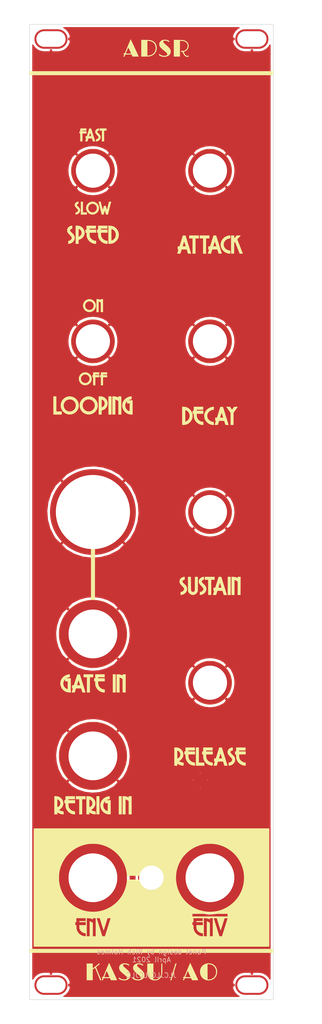
<source format=kicad_pcb>
(kicad_pcb (version 20171130) (host pcbnew 5.1.10-88a1d61d58~90~ubuntu20.04.1)
  (layers (0 F.Cu signal) (31 B.Cu signal) (34 B.Paste user) (35 F.Paste user) (36 B.SilkS user) (37 F.SilkS user) (38 B.Mask user) (39 F.Mask user) (44 Edge.Cuts user))
  (net 0 "")
  (net 1 GND)
  (module Kosmo_panel:Ground_point_for_NPTH (layer F.Cu) (at 35 155)
    (fp_text reference GP1 hide)
    (fp_text value Ground_point_for_NPTH)
    (pad 1 connect circle (at 0 0) (size 2 2) (layers F.Cu) (net 1 GND))
  )
  (module Kosmo_panel:Kosmo_Panel_Dual_Slotted_Mounting_Holes_NPTH (layer F.Cu) (at 44.2 197)
    (fp_text reference H2 hide)
    (fp_text value Mounting_Holes_Slotted)
    (pad "" np_thru_hole oval (at 1.4 -194) (size 6 3.2) (drill oval 6 3.2) (layers *.Cu *.Mask))
    (pad 1 connect oval (at 1.4 -194) (size 6.8 4) (layers F.Cu F.Mask) (net 1 GND))
    (pad 1 connect oval (at 1.4 0) (size 6.8 4) (layers F.Cu F.Mask) (net 1 GND))
    (pad "" np_thru_hole oval (at 1.4 0) (size 6 3.2) (drill oval 6 3.2) (layers *.Cu *.Mask))
  )
  (module Kosmo_panel:Kosmo_Panel_Dual_Slotted_Mounting_Holes_NPTH (layer F.Cu) (at 3 197)
    (fp_text reference H1 hide)
    (fp_text value Mounting_Holes_Slotted)
    (pad "" np_thru_hole oval (at 1.4 -194) (size 6 3.2) (drill oval 6 3.2) (layers *.Cu *.Mask))
    (pad 1 connect oval (at 1.4 -194) (size 6.8 4) (layers F.Cu F.Mask) (net 1 GND))
    (pad 1 connect oval (at 1.4 0) (size 6.8 4) (layers F.Cu F.Mask) (net 1 GND))
    (pad "" np_thru_hole oval (at 1.4 0) (size 6 3.2) (drill oval 6 3.2) (layers *.Cu *.Mask))
  )
  (module precadsr-panel:Bigger_Push_Switch_Hole_NPTH (layer F.Cu) (at 13 100)
    (fp_text reference H11 hide)
    (fp_text value Switch_Hole)
    (pad 1 connect circle (at 0 0) (size 17.6 17.6) (layers F.Cu F.Mask) (net 1 GND))
    (pad "" np_thru_hole circle (at 0 0) (size 15.2 15.2) (drill 15.2) (layers *.Cu *.Mask))
  )
  (module precadsr-panel:precadsr-panel-holes (layer F.Cu) (at 25 100)
    (fp_text reference GRAF2 hide)
    (fp_text value Holes hide)
  )
  (module precadsr-panel:precadsr-panel-art (layer F.Cu) (at 25 100)
    (fp_text reference GRAF1 hide)
    (fp_text value "Panel art" hide)
  )
  (module Kosmo_panel:Kosmo_LED_Hole_NPTH (layer F.Cu) (at 25 175)
    (fp_text reference H14 hide)
    (fp_text value Led_Hole)
    (pad 1 connect circle (at 0 0) (size 5.5 5.5) (layers F.Cu F.Mask))
    (pad "" np_thru_hole circle (at 0 0) (size 5 5) (drill 5) (layers *.Cu *.Mask))
  )
  (module Kosmo_panel:Kosmo_Pot_Hole_NPTH (layer F.Cu) (at 37 135)
    (fp_text reference H13 hide)
    (fp_text value Pot_Hole)
    (pad 1 connect circle (at 0 0) (size 9 9) (layers F.Cu F.Mask) (net 1 GND))
    (pad "" np_thru_hole circle (at 0 0) (size 7 7) (drill 7) (layers *.Cu *.Mask))
  )
  (module Kosmo_panel:Kosmo_Jack_Hole_NPTH (layer F.Cu) (at 37 175)
    (fp_text reference H12 hide)
    (fp_text value Jack_Hole)
    (pad 1 connect circle (at 0 0) (size 14 14) (layers F.Cu F.Mask) (net 1 GND))
    (pad "" np_thru_hole circle (at 0 0) (size 10 10) (drill 10) (layers *.Cu *.Mask))
  )
  (module Kosmo_panel:Kosmo_Pot_Hole_NPTH (layer F.Cu) (at 37 100)
    (fp_text reference H10 hide)
    (fp_text value Pot_Hole)
    (pad 1 connect circle (at 0 0) (size 9 9) (layers F.Cu F.Mask) (net 1 GND))
    (pad "" np_thru_hole circle (at 0 0) (size 7 7) (drill 7) (layers *.Cu *.Mask))
  )
  (module Kosmo_panel:Kosmo_Jack_Hole_NPTH (layer F.Cu) (at 13 175)
    (fp_text reference H9 hide)
    (fp_text value Jack_Hole)
    (pad 1 connect circle (at 0 0) (size 14 14) (layers F.Cu F.Mask) (net 1 GND))
    (pad "" np_thru_hole circle (at 0 0) (size 10 10) (drill 10) (layers *.Cu *.Mask))
  )
  (module Kosmo_panel:Kosmo_Switch_Hole_NPTH (layer F.Cu) (at 13 65)
    (fp_text reference H8 hide)
    (fp_text value Switch_Hole)
    (pad 1 connect circle (at 0 0) (size 9 9) (layers F.Cu F.Mask) (net 1 GND))
    (pad "" np_thru_hole circle (at 0 0) (size 7 7) (drill 7) (layers *.Cu *.Mask))
  )
  (module Kosmo_panel:Kosmo_Pot_Hole_NPTH (layer F.Cu) (at 37 65)
    (fp_text reference H7 hide)
    (fp_text value Pot_Hole)
    (pad 1 connect circle (at 0 0) (size 9 9) (layers F.Cu F.Mask) (net 1 GND))
    (pad "" np_thru_hole circle (at 0 0) (size 7 7) (drill 7) (layers *.Cu *.Mask))
  )
  (module Kosmo_panel:Kosmo_Jack_Hole_NPTH (layer F.Cu) (at 13 150)
    (fp_text reference H6 hide)
    (fp_text value Jack_Hole)
    (pad 1 connect circle (at 0 0) (size 14 14) (layers F.Cu F.Mask) (net 1 GND))
    (pad "" np_thru_hole circle (at 0 0) (size 10 10) (drill 10) (layers *.Cu *.Mask))
  )
  (module Kosmo_panel:Kosmo_Switch_Hole_NPTH (layer F.Cu) (at 13 30)
    (fp_text reference H5 hide)
    (fp_text value Switch_Hole)
    (pad 1 connect circle (at 0 0) (size 9 9) (layers F.Cu F.Mask) (net 1 GND))
    (pad "" np_thru_hole circle (at 0 0) (size 7 7) (drill 7) (layers *.Cu *.Mask))
  )
  (module Kosmo_panel:Kosmo_Pot_Hole_NPTH (layer F.Cu) (at 37 30)
    (fp_text reference H4 hide)
    (fp_text value Pot_Hole)
    (pad 1 connect circle (at 0 0) (size 9 9) (layers F.Cu F.Mask) (net 1 GND))
    (pad "" np_thru_hole circle (at 0 0) (size 7 7) (drill 7) (layers *.Cu *.Mask))
  )
  (module Kosmo_panel:Kosmo_Jack_Hole_NPTH (layer F.Cu) (at 13 125)
    (fp_text reference H3 hide)
    (fp_text value Jack_Hole)
    (pad 1 connect circle (at 0 0) (size 14 14) (layers F.Cu F.Mask) (net 1 GND))
    (pad "" np_thru_hole circle (at 0 0) (size 10 10) (drill 10) (layers *.Cu *.Mask))
  )
  (gr_text "Panel design by Rich Holmes\nApril 2021" (at 25 191) (layer B.SilkS) (effects (font (size 1 1)) (justify mirror)))
  (gr_text JLCJLCJLCJLC (at 25 195) (layer B.SilkS) (effects (font (size 1 1)) (justify mirror)))
  (gr_line (start 50 0) (end 0 0) (layer Edge.Cuts) (width 0.1))
  (gr_line (start 50 200) (end 50 0) (layer Edge.Cuts) (width 0.1))
  (gr_line (start 0 200) (end 50 200) (layer Edge.Cuts) (width 0.1))
  (gr_line (start 0 0) (end 0 200) (layer Edge.Cuts) (width 0.1))
  (zone (net 1) (net_name GND) (layer F.Cu) (connect_pads (clearance 0.508)) (min_thickness 0.254) (fill yes (arc_segments 32) (thermal_gap 0.508) (thermal_bridge_width 0.508))
    (polygon (pts (xy 60 205) (xy -5 205) (xy -5 -5) (xy 60 -5)))
  )
)
</source>
